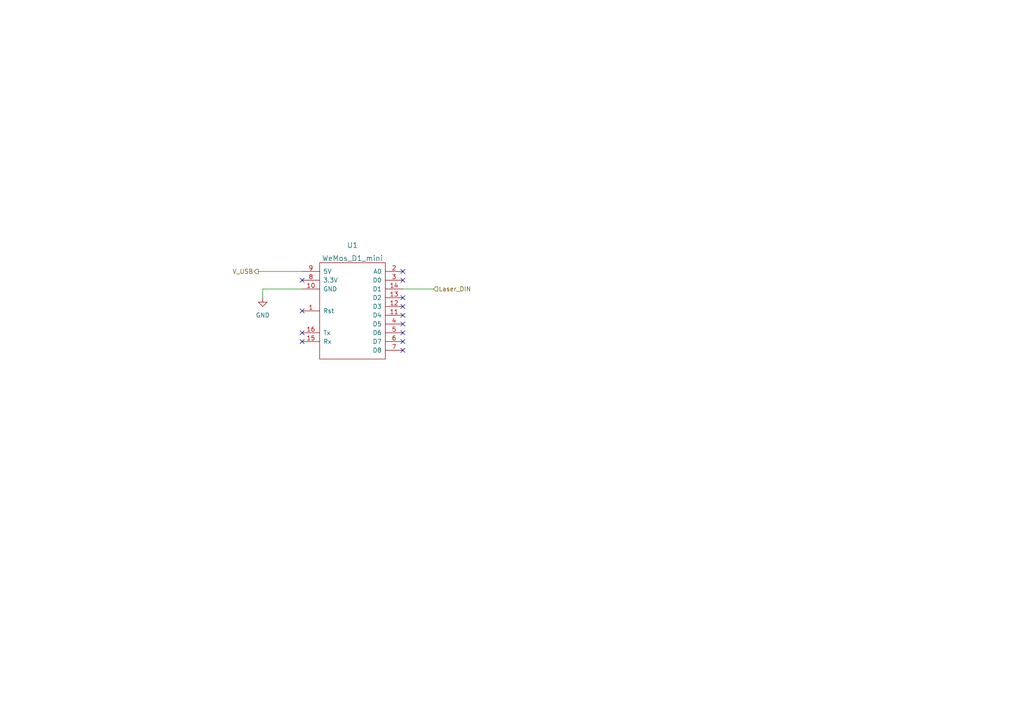
<source format=kicad_sch>
(kicad_sch (version 20211123) (generator eeschema)
  (paper "A4")
  (title_block (title "RacingLapTimer") (date "2022-11-11") (rev "1"))
  (lib_symbols
    (symbol "power:GND" (power) (pin_names (offset 0))
      (property "Value" "GND" (at 0 -3.81 0))
      (symbol "GND_0_1"
        (polyline (pts (xy 0 0) (xy 0 -1.27) (xy 1.27 -1.27) (xy 0 -2.54) (xy -1.27 -1.27) (xy 0 -1.27)))
      )
      (symbol "GND_1_1"
        (pin power_in line (at 0 0 270) (length 0) hide (name "GND") (number "1"))
      )
    )
    (symbol "wemos_mini:WeMos_D1_mini" (pin_names (offset 1.016))
      (property "Reference" "U" (at -2.54 13.97 0))
      (property "Value" "WeMos_D1_mini" (at 1.27 -17.78 0))
      (symbol "WeMos_D1_mini_0_1"
        (rectangle (start -8.89 12.7) (end 10.16 -15.24))
      )
      (symbol "WeMos_D1_mini_1_1"
        (pin bidirectional line (at -13.97 -1.27 0) (length 5.08) (name "Rst") (number "1"))
        (pin power_in line (at -13.97 5.08 0) (length 5.08) (name "GND") (number "10"))
        (pin bidirectional line (at 15.24 -2.54 180) (length 5.08) (name "D4") (number "11"))
        (pin bidirectional line (at 15.24 0 180) (length 5.08) (name "D3") (number "12"))
        (pin bidirectional line (at 15.24 2.54 180) (length 5.08) (name "D2") (number "13"))
        (pin bidirectional line (at 15.24 5.08 180) (length 5.08) (name "D1") (number "14"))
        (pin bidirectional line (at -13.97 -10.16 0) (length 5.08) (name "Rx") (number "15"))
        (pin bidirectional line (at -13.97 -7.62 0) (length 5.08) (name "Tx") (number "16"))
        (pin bidirectional line (at 15.24 10.16 180) (length 5.08) (name "A0") (number "2"))
        (pin bidirectional line (at 15.24 7.62 180) (length 5.08) (name "D0") (number "3"))
        (pin bidirectional line (at 15.24 -5.08 180) (length 5.08) (name "D5") (number "4"))
        (pin bidirectional line (at 15.24 -7.62 180) (length 5.08) (name "D6") (number "5"))
        (pin bidirectional line (at 15.24 -10.16 180) (length 5.08) (name "D7") (number "6"))
        (pin bidirectional line (at 15.24 -12.7 180) (length 5.08) (name "D8") (number "7"))
        (pin power_out line (at -13.97 7.62 0) (length 5.08) (name "3.3V") (number "8"))
        (pin power_in line (at -13.97 10.16 0) (length 5.08) (name "5V") (number "9"))
      )
    )
  )
  (no_connect (at 116.84 88.9))
  (no_connect (at 116.84 91.44))
  (no_connect (at 116.84 93.98))
  (no_connect (at 116.84 96.52))
  (no_connect (at 116.84 99.06))
  (no_connect (at 116.84 78.74))
  (no_connect (at 116.84 81.28))
  (no_connect (at 116.84 86.36))
  (no_connect (at 116.84 101.6))
  (no_connect (at 87.63 96.52))
  (no_connect (at 87.63 99.06))
  (no_connect (at 87.63 90.17))
  (no_connect (at 87.63 81.28))
  (wire (pts (xy 76.2 83.82) (xy 87.63 83.82)))
  (wire (pts (xy 74.93 78.74) (xy 87.63 78.74)))
  (wire (pts (xy 116.84 83.82) (xy 125.73 83.82)))
  (wire (pts (xy 76.2 83.82) (xy 76.2 86.36)))
  (hierarchical_label "Laser_DIN" (shape input) (at 125.73 83.82 0))
  (hierarchical_label "V_USB" (shape output) (at 74.93 78.74 180))
  (symbol (lib_id "power:GND") (at 76.2 86.36 0) (unit 1)
    (property "Reference" "#PWR01" (effects hide))
    (property "Value" "GND" (at 76.2 91.44 0))
  )
  (symbol (lib_id "wemos_mini:WeMos_D1_mini") (at 101.6 88.9 0) (unit 1)
    (property "Reference" "U1" (at 102.235 71.12 0) (effects (font (size 1.524 1.524))))
    (property "Value" "WeMos_D1_mini" (at 102.235 74.93 0) (effects (font (size 1.524 1.524))))
    (property "Footprint" "wemos-d1-mini:wemos-d1-mini-with-pin-header-and-connector" (effects hide))
  )
)
</source>
